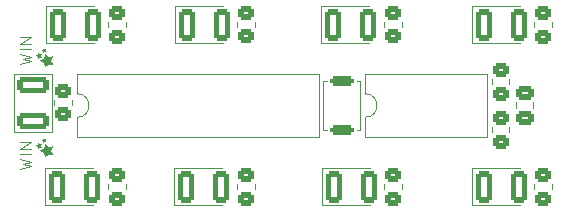
<source format=gbr>
%TF.GenerationSoftware,KiCad,Pcbnew,7.0.11+dfsg-1build4*%
%TF.CreationDate,2025-10-24T22:04:28+11:00*%
%TF.ProjectId,usb-ic,7573622d-6963-42e6-9b69-6361645f7063,rev?*%
%TF.SameCoordinates,Original*%
%TF.FileFunction,Legend,Top*%
%TF.FilePolarity,Positive*%
%FSLAX46Y46*%
G04 Gerber Fmt 4.6, Leading zero omitted, Abs format (unit mm)*
G04 Created by KiCad (PCBNEW 7.0.11+dfsg-1build4) date 2025-10-24 22:04:28*
%MOMM*%
%LPD*%
G01*
G04 APERTURE LIST*
G04 Aperture macros list*
%AMRoundRect*
0 Rectangle with rounded corners*
0 $1 Rounding radius*
0 $2 $3 $4 $5 $6 $7 $8 $9 X,Y pos of 4 corners*
0 Add a 4 corners polygon primitive as box body*
4,1,4,$2,$3,$4,$5,$6,$7,$8,$9,$2,$3,0*
0 Add four circle primitives for the rounded corners*
1,1,$1+$1,$2,$3*
1,1,$1+$1,$4,$5*
1,1,$1+$1,$6,$7*
1,1,$1+$1,$8,$9*
0 Add four rect primitives between the rounded corners*
20,1,$1+$1,$2,$3,$4,$5,0*
20,1,$1+$1,$4,$5,$6,$7,0*
20,1,$1+$1,$6,$7,$8,$9,0*
20,1,$1+$1,$8,$9,$2,$3,0*%
G04 Aperture macros list end*
%ADD10C,0.100000*%
%ADD11C,0.120000*%
%ADD12RoundRect,0.250000X-0.475000X0.337500X-0.475000X-0.337500X0.475000X-0.337500X0.475000X0.337500X0*%
%ADD13RoundRect,0.250001X-0.462499X-1.074999X0.462499X-1.074999X0.462499X1.074999X-0.462499X1.074999X0*%
%ADD14RoundRect,0.200000X-0.800000X0.200000X-0.800000X-0.200000X0.800000X-0.200000X0.800000X0.200000X0*%
%ADD15RoundRect,0.250000X-0.450000X0.350000X-0.450000X-0.350000X0.450000X-0.350000X0.450000X0.350000X0*%
%ADD16RoundRect,0.250001X-1.074999X0.462499X-1.074999X-0.462499X1.074999X-0.462499X1.074999X0.462499X0*%
%ADD17R,1.600000X1.600000*%
%ADD18O,1.600000X1.600000*%
%ADD19RoundRect,0.250000X0.450000X-0.350000X0.450000X0.350000X-0.450000X0.350000X-0.450000X-0.350000X0*%
%ADD20RoundRect,0.500000X-3.000000X-0.500000X3.000000X-0.500000X3.000000X0.500000X-3.000000X0.500000X0*%
%ADD21RoundRect,0.375000X-2.625000X-0.375000X2.625000X-0.375000X2.625000X0.375000X-2.625000X0.375000X0*%
G04 APERTURE END LIST*
D10*
X145484898Y-107892105D02*
X148647101Y-107892105D01*
X145481000Y-107046500D02*
X145484898Y-107892105D01*
X148651000Y-107046500D02*
X148647101Y-107892105D01*
X145938419Y-102153353D02*
X146938419Y-101915258D01*
X146938419Y-101915258D02*
X146224133Y-101724782D01*
X146224133Y-101724782D02*
X146938419Y-101534306D01*
X146938419Y-101534306D02*
X145938419Y-101296211D01*
X146938419Y-100915258D02*
X145938419Y-100915258D01*
X146938419Y-100439068D02*
X145938419Y-100439068D01*
X145938419Y-100439068D02*
X146938419Y-99867640D01*
X146938419Y-99867640D02*
X145938419Y-99867640D01*
X145938419Y-111043353D02*
X146938419Y-110805258D01*
X146938419Y-110805258D02*
X146224133Y-110614782D01*
X146224133Y-110614782D02*
X146938419Y-110424306D01*
X146938419Y-110424306D02*
X145938419Y-110186211D01*
X146938419Y-109805258D02*
X145938419Y-109805258D01*
X146938419Y-109329068D02*
X145938419Y-109329068D01*
X145938419Y-109329068D02*
X146938419Y-108757640D01*
X146938419Y-108757640D02*
X145938419Y-108757640D01*
%TO.C,G\u002A\u002A\u002A*%
G36*
X147970729Y-100826134D02*
G01*
X147977823Y-100832461D01*
X147987928Y-100842095D01*
X148000261Y-100854289D01*
X148014005Y-100868263D01*
X148032922Y-100887309D01*
X148047738Y-100901249D01*
X148058519Y-100910141D01*
X148065329Y-100914043D01*
X148065965Y-100914193D01*
X148072003Y-100914151D01*
X148083344Y-100913101D01*
X148098755Y-100911193D01*
X148117008Y-100908579D01*
X148134817Y-100905753D01*
X148153952Y-100902679D01*
X148170752Y-100900176D01*
X148184157Y-100898385D01*
X148193106Y-100897449D01*
X148196524Y-100897487D01*
X148195585Y-100900810D01*
X148191944Y-100909009D01*
X148186063Y-100921133D01*
X148178404Y-100936227D01*
X148169960Y-100952337D01*
X148158797Y-100973750D01*
X148150729Y-100990274D01*
X148145416Y-101002695D01*
X148142521Y-101011801D01*
X148141702Y-101018023D01*
X148142674Y-101024853D01*
X148145805Y-101034440D01*
X148151415Y-101047541D01*
X148159825Y-101064914D01*
X148169786Y-101084316D01*
X148178622Y-101101459D01*
X148186152Y-101116510D01*
X148191918Y-101128518D01*
X148195464Y-101136533D01*
X148196356Y-101139592D01*
X148192760Y-101139559D01*
X148183677Y-101138553D01*
X148170157Y-101136717D01*
X148153251Y-101134193D01*
X148134274Y-101131167D01*
X148114467Y-101128101D01*
X148096431Y-101125656D01*
X148081379Y-101123967D01*
X148070524Y-101123173D01*
X148065269Y-101123355D01*
X148060292Y-101126338D01*
X148051596Y-101133347D01*
X148040048Y-101143614D01*
X148026513Y-101156370D01*
X148012349Y-101170349D01*
X147998405Y-101184177D01*
X147986013Y-101196018D01*
X147975924Y-101205188D01*
X147968891Y-101211007D01*
X147965665Y-101212793D01*
X147965599Y-101212747D01*
X147964398Y-101208774D01*
X147962541Y-101199389D01*
X147960230Y-101185757D01*
X147957666Y-101169042D01*
X147955978Y-101157208D01*
X147952621Y-101133088D01*
X147949595Y-101114434D01*
X147946155Y-101100164D01*
X147941557Y-101089200D01*
X147935056Y-101080460D01*
X147925907Y-101072864D01*
X147913366Y-101065333D01*
X147896688Y-101056785D01*
X147881632Y-101049361D01*
X147864092Y-101040598D01*
X147848661Y-101032687D01*
X147836310Y-101026142D01*
X147828010Y-101021479D01*
X147824748Y-101019237D01*
X147826992Y-101016920D01*
X147834329Y-101012240D01*
X147845867Y-101005702D01*
X147860717Y-100997810D01*
X147877988Y-100989068D01*
X147878318Y-100988905D01*
X147899522Y-100978113D01*
X147917048Y-100968566D01*
X147930200Y-100960668D01*
X147938280Y-100954825D01*
X147940085Y-100952962D01*
X147942925Y-100947412D01*
X147945761Y-100938049D01*
X147948752Y-100924145D01*
X147952059Y-100904975D01*
X147955216Y-100884139D01*
X147958258Y-100864430D01*
X147961205Y-100847602D01*
X147963864Y-100834604D01*
X147966043Y-100826386D01*
X147967429Y-100823861D01*
X147970729Y-100826134D01*
G37*
G36*
X147514427Y-101168817D02*
G01*
X147518487Y-101171147D01*
X147526524Y-101177788D01*
X147537976Y-101188216D01*
X147552278Y-101201908D01*
X147568866Y-101218340D01*
X147580715Y-101230353D01*
X147602639Y-101252451D01*
X147621106Y-101270390D01*
X147635885Y-101283958D01*
X147646745Y-101292942D01*
X147653185Y-101297024D01*
X147657737Y-101298777D01*
X147662339Y-101299976D01*
X147667801Y-101300542D01*
X147674938Y-101300397D01*
X147684560Y-101299462D01*
X147697480Y-101297658D01*
X147714510Y-101294908D01*
X147736463Y-101291133D01*
X147763449Y-101286378D01*
X147789029Y-101281919D01*
X147808849Y-101278665D01*
X147823661Y-101276556D01*
X147834217Y-101275532D01*
X147841270Y-101275533D01*
X147845571Y-101276499D01*
X147847872Y-101278369D01*
X147848489Y-101279577D01*
X147847478Y-101283646D01*
X147843717Y-101292738D01*
X147837597Y-101306031D01*
X147829505Y-101322704D01*
X147819832Y-101341936D01*
X147809616Y-101361668D01*
X147797024Y-101385808D01*
X147787270Y-101404906D01*
X147780014Y-101419742D01*
X147774912Y-101431095D01*
X147771622Y-101439745D01*
X147769804Y-101446471D01*
X147769113Y-101452052D01*
X147769076Y-101454061D01*
X147769538Y-101459548D01*
X147771076Y-101466034D01*
X147774033Y-101474296D01*
X147778755Y-101485114D01*
X147785583Y-101499264D01*
X147794862Y-101517525D01*
X147806936Y-101540673D01*
X147809504Y-101545555D01*
X147820350Y-101566298D01*
X147830092Y-101585211D01*
X147838319Y-101601475D01*
X147844622Y-101614269D01*
X147848590Y-101622774D01*
X147849824Y-101626091D01*
X147847158Y-101630606D01*
X147844761Y-101632002D01*
X147840020Y-101632071D01*
X147829865Y-101631098D01*
X147815411Y-101629227D01*
X147797769Y-101626602D01*
X147778055Y-101623368D01*
X147777596Y-101623290D01*
X147748615Y-101618331D01*
X147725404Y-101614413D01*
X147707196Y-101611436D01*
X147693226Y-101609302D01*
X147682728Y-101607914D01*
X147674937Y-101607173D01*
X147669085Y-101606980D01*
X147664409Y-101607238D01*
X147660141Y-101607848D01*
X147658922Y-101608068D01*
X147654489Y-101609280D01*
X147649660Y-101611642D01*
X147643819Y-101615697D01*
X147636349Y-101621988D01*
X147626636Y-101631058D01*
X147614063Y-101643452D01*
X147598015Y-101659713D01*
X147583211Y-101674893D01*
X147564808Y-101693590D01*
X147548465Y-101709741D01*
X147534704Y-101722857D01*
X147524044Y-101732452D01*
X147517005Y-101738039D01*
X147514450Y-101739305D01*
X147512293Y-101739261D01*
X147510512Y-101738660D01*
X147508953Y-101736805D01*
X147507459Y-101732995D01*
X147505876Y-101726530D01*
X147504049Y-101716711D01*
X147501821Y-101702838D01*
X147499037Y-101684212D01*
X147495543Y-101660132D01*
X147493094Y-101643153D01*
X147489080Y-101615936D01*
X147485645Y-101594477D01*
X147482566Y-101577951D01*
X147479618Y-101565532D01*
X147476577Y-101556393D01*
X147473218Y-101549709D01*
X147469317Y-101544654D01*
X147465325Y-101540952D01*
X147461025Y-101538344D01*
X147451630Y-101533244D01*
X147437995Y-101526097D01*
X147420974Y-101517345D01*
X147401422Y-101507432D01*
X147382985Y-101498193D01*
X147358359Y-101485812D01*
X147339197Y-101475912D01*
X147324951Y-101468175D01*
X147315071Y-101462283D01*
X147309008Y-101457916D01*
X147306214Y-101454758D01*
X147305870Y-101453484D01*
X147307170Y-101450835D01*
X147311437Y-101447162D01*
X147319225Y-101442146D01*
X147331087Y-101435468D01*
X147347574Y-101426809D01*
X147369241Y-101415851D01*
X147382802Y-101409106D01*
X147403936Y-101398540D01*
X147423347Y-101388651D01*
X147440159Y-101379898D01*
X147453498Y-101372743D01*
X147462491Y-101367644D01*
X147466061Y-101365275D01*
X147470463Y-101360654D01*
X147474201Y-101354944D01*
X147477493Y-101347318D01*
X147480559Y-101336951D01*
X147483618Y-101323016D01*
X147486890Y-101304689D01*
X147490594Y-101281142D01*
X147493359Y-101262496D01*
X147497338Y-101235283D01*
X147500505Y-101213924D01*
X147503019Y-101197711D01*
X147505040Y-101185934D01*
X147506727Y-101177886D01*
X147508238Y-101172858D01*
X147509735Y-101170142D01*
X147511375Y-101169029D01*
X147513319Y-101168811D01*
X147514427Y-101168817D01*
G37*
G36*
X148115238Y-101285426D02*
G01*
X148120383Y-101288748D01*
X148129148Y-101296042D01*
X148140595Y-101306459D01*
X148153786Y-101319150D01*
X148165238Y-101330652D01*
X148201352Y-101367595D01*
X148233139Y-101400049D01*
X148260882Y-101428292D01*
X148284862Y-101452604D01*
X148305364Y-101473264D01*
X148322669Y-101490554D01*
X148337060Y-101504751D01*
X148348819Y-101516137D01*
X148358231Y-101524990D01*
X148365576Y-101531590D01*
X148371138Y-101536218D01*
X148375200Y-101539152D01*
X148377006Y-101540202D01*
X148385577Y-101544397D01*
X148393471Y-101547597D01*
X148401517Y-101549783D01*
X148410544Y-101550937D01*
X148421383Y-101551038D01*
X148434863Y-101550068D01*
X148451812Y-101548008D01*
X148473062Y-101544840D01*
X148499441Y-101540544D01*
X148521070Y-101536911D01*
X148550155Y-101531980D01*
X148580832Y-101526745D01*
X148611454Y-101521489D01*
X148640377Y-101516495D01*
X148665953Y-101512047D01*
X148685518Y-101508609D01*
X148711575Y-101504070D01*
X148731951Y-101500763D01*
X148747475Y-101498656D01*
X148758979Y-101497717D01*
X148767292Y-101497914D01*
X148773244Y-101499213D01*
X148777666Y-101501582D01*
X148781265Y-101504856D01*
X148784727Y-101509021D01*
X148787011Y-101513452D01*
X148787903Y-101518762D01*
X148787185Y-101525560D01*
X148784640Y-101534457D01*
X148780054Y-101546064D01*
X148773209Y-101560992D01*
X148763888Y-101579850D01*
X148751877Y-101603250D01*
X148736958Y-101631803D01*
X148734922Y-101635680D01*
X148720846Y-101662488D01*
X148706427Y-101689961D01*
X148692295Y-101716901D01*
X148679078Y-101742109D01*
X148667405Y-101764384D01*
X148657904Y-101782529D01*
X148654490Y-101789057D01*
X148627612Y-101840467D01*
X148627612Y-101868660D01*
X148627612Y-101896853D01*
X148708044Y-102049754D01*
X148726870Y-102085582D01*
X148742778Y-102116031D01*
X148755957Y-102141581D01*
X148766597Y-102162716D01*
X148774884Y-102179918D01*
X148781007Y-102193668D01*
X148785155Y-102204448D01*
X148787516Y-102212741D01*
X148788277Y-102219028D01*
X148787629Y-102223792D01*
X148785758Y-102227514D01*
X148782854Y-102230677D01*
X148779737Y-102233267D01*
X148771395Y-102238113D01*
X148763572Y-102240141D01*
X148763545Y-102240141D01*
X148758891Y-102239591D01*
X148748353Y-102238013D01*
X148732585Y-102235514D01*
X148712238Y-102232202D01*
X148687966Y-102228184D01*
X148660420Y-102223567D01*
X148630254Y-102218459D01*
X148598119Y-102212967D01*
X148590708Y-102211693D01*
X148549922Y-102204731D01*
X148515240Y-102198933D01*
X148486247Y-102194239D01*
X148462526Y-102190586D01*
X148443661Y-102187916D01*
X148429238Y-102186167D01*
X148418841Y-102185278D01*
X148412053Y-102185189D01*
X148410380Y-102185346D01*
X148393603Y-102189176D01*
X148377671Y-102196202D01*
X148361439Y-102207142D01*
X148343760Y-102222716D01*
X148332221Y-102234333D01*
X148323126Y-102243776D01*
X148310122Y-102257211D01*
X148293937Y-102273886D01*
X148275304Y-102293050D01*
X148254950Y-102313954D01*
X148233607Y-102335845D01*
X148212003Y-102357975D01*
X148211279Y-102358716D01*
X148188046Y-102382456D01*
X148168943Y-102401851D01*
X148153499Y-102417332D01*
X148141242Y-102429332D01*
X148131702Y-102438282D01*
X148124405Y-102444614D01*
X148118881Y-102448760D01*
X148114657Y-102451152D01*
X148111262Y-102452221D01*
X148108943Y-102452416D01*
X148095653Y-102450495D01*
X148086814Y-102444297D01*
X148082571Y-102436788D01*
X148081389Y-102431745D01*
X148079392Y-102420803D01*
X148076685Y-102404630D01*
X148073372Y-102383897D01*
X148069558Y-102359273D01*
X148065349Y-102331427D01*
X148060849Y-102301029D01*
X148056163Y-102268749D01*
X148055390Y-102263358D01*
X148049666Y-102223574D01*
X148044714Y-102189789D01*
X148040388Y-102161432D01*
X148036545Y-102137931D01*
X148033039Y-102118717D01*
X148029725Y-102103217D01*
X148026460Y-102090861D01*
X148023097Y-102081078D01*
X148019493Y-102073297D01*
X148015503Y-102066946D01*
X148010981Y-102061455D01*
X148005784Y-102056253D01*
X148002020Y-102052797D01*
X147995142Y-102047912D01*
X147982357Y-102040355D01*
X147963643Y-102030114D01*
X147938977Y-102017176D01*
X147908336Y-102001531D01*
X147871698Y-101983166D01*
X147835237Y-101965120D01*
X147800742Y-101948103D01*
X147771732Y-101933721D01*
X147747723Y-101921710D01*
X147728233Y-101911809D01*
X147712778Y-101903756D01*
X147700876Y-101897288D01*
X147692042Y-101892142D01*
X147685795Y-101888057D01*
X147681650Y-101884771D01*
X147679126Y-101882020D01*
X147677775Y-101879635D01*
X147675433Y-101868046D01*
X147677124Y-101856807D01*
X147682343Y-101848745D01*
X147686164Y-101846547D01*
X147695329Y-101841724D01*
X147709232Y-101834581D01*
X147727263Y-101825423D01*
X147748816Y-101814553D01*
X147773283Y-101802275D01*
X147800055Y-101788895D01*
X147828526Y-101774715D01*
X147858087Y-101760041D01*
X147888130Y-101745176D01*
X147918049Y-101730425D01*
X147947235Y-101716091D01*
X147953393Y-101713076D01*
X147977047Y-101700692D01*
X147995181Y-101689157D01*
X148008698Y-101677662D01*
X148018501Y-101665401D01*
X148025494Y-101651563D01*
X148027146Y-101647080D01*
X148028830Y-101640290D01*
X148031287Y-101627768D01*
X148034377Y-101610355D01*
X148037960Y-101588887D01*
X148041896Y-101564206D01*
X148046045Y-101537149D01*
X148050267Y-101508557D01*
X148050474Y-101507130D01*
X148056434Y-101465913D01*
X148061523Y-101430756D01*
X148065819Y-101401153D01*
X148069399Y-101376600D01*
X148072341Y-101356591D01*
X148074723Y-101340620D01*
X148076622Y-101328183D01*
X148078115Y-101318773D01*
X148079280Y-101311885D01*
X148080194Y-101307014D01*
X148080936Y-101303655D01*
X148081583Y-101301302D01*
X148082212Y-101299449D01*
X148082432Y-101298851D01*
X148088465Y-101291085D01*
X148098351Y-101285889D01*
X148109482Y-101284330D01*
X148115238Y-101285426D01*
G37*
G36*
X148115238Y-108905426D02*
G01*
X148120383Y-108908748D01*
X148129148Y-108916042D01*
X148140595Y-108926459D01*
X148153786Y-108939150D01*
X148165238Y-108950652D01*
X148201352Y-108987595D01*
X148233139Y-109020049D01*
X148260882Y-109048292D01*
X148284862Y-109072604D01*
X148305364Y-109093264D01*
X148322669Y-109110554D01*
X148337060Y-109124751D01*
X148348819Y-109136137D01*
X148358231Y-109144990D01*
X148365576Y-109151590D01*
X148371138Y-109156218D01*
X148375200Y-109159152D01*
X148377006Y-109160202D01*
X148385577Y-109164397D01*
X148393471Y-109167597D01*
X148401517Y-109169783D01*
X148410544Y-109170937D01*
X148421383Y-109171038D01*
X148434863Y-109170068D01*
X148451812Y-109168008D01*
X148473062Y-109164840D01*
X148499441Y-109160544D01*
X148521070Y-109156911D01*
X148550155Y-109151980D01*
X148580832Y-109146745D01*
X148611454Y-109141489D01*
X148640377Y-109136495D01*
X148665953Y-109132047D01*
X148685518Y-109128609D01*
X148711575Y-109124070D01*
X148731951Y-109120763D01*
X148747475Y-109118656D01*
X148758979Y-109117717D01*
X148767292Y-109117914D01*
X148773244Y-109119213D01*
X148777666Y-109121582D01*
X148781265Y-109124856D01*
X148784727Y-109129021D01*
X148787011Y-109133452D01*
X148787903Y-109138762D01*
X148787185Y-109145560D01*
X148784640Y-109154457D01*
X148780054Y-109166064D01*
X148773209Y-109180992D01*
X148763888Y-109199850D01*
X148751877Y-109223250D01*
X148736958Y-109251803D01*
X148734922Y-109255680D01*
X148720846Y-109282488D01*
X148706427Y-109309961D01*
X148692295Y-109336901D01*
X148679078Y-109362109D01*
X148667405Y-109384384D01*
X148657904Y-109402529D01*
X148654490Y-109409057D01*
X148627612Y-109460467D01*
X148627612Y-109488660D01*
X148627612Y-109516853D01*
X148708044Y-109669754D01*
X148726870Y-109705582D01*
X148742778Y-109736031D01*
X148755957Y-109761581D01*
X148766597Y-109782716D01*
X148774884Y-109799918D01*
X148781007Y-109813668D01*
X148785155Y-109824448D01*
X148787516Y-109832741D01*
X148788277Y-109839028D01*
X148787629Y-109843792D01*
X148785758Y-109847514D01*
X148782854Y-109850677D01*
X148779737Y-109853267D01*
X148771395Y-109858113D01*
X148763572Y-109860141D01*
X148763545Y-109860141D01*
X148758891Y-109859591D01*
X148748353Y-109858013D01*
X148732585Y-109855514D01*
X148712238Y-109852202D01*
X148687966Y-109848184D01*
X148660420Y-109843567D01*
X148630254Y-109838459D01*
X148598119Y-109832967D01*
X148590708Y-109831693D01*
X148549922Y-109824731D01*
X148515240Y-109818933D01*
X148486247Y-109814239D01*
X148462526Y-109810586D01*
X148443661Y-109807916D01*
X148429238Y-109806167D01*
X148418841Y-109805278D01*
X148412053Y-109805189D01*
X148410380Y-109805346D01*
X148393603Y-109809176D01*
X148377671Y-109816202D01*
X148361439Y-109827142D01*
X148343760Y-109842716D01*
X148332221Y-109854333D01*
X148323126Y-109863776D01*
X148310122Y-109877211D01*
X148293937Y-109893886D01*
X148275304Y-109913050D01*
X148254950Y-109933954D01*
X148233607Y-109955845D01*
X148212003Y-109977975D01*
X148211279Y-109978716D01*
X148188046Y-110002456D01*
X148168943Y-110021851D01*
X148153499Y-110037332D01*
X148141242Y-110049332D01*
X148131702Y-110058282D01*
X148124405Y-110064614D01*
X148118881Y-110068760D01*
X148114657Y-110071152D01*
X148111262Y-110072221D01*
X148108943Y-110072416D01*
X148095653Y-110070495D01*
X148086814Y-110064297D01*
X148082571Y-110056788D01*
X148081389Y-110051745D01*
X148079392Y-110040803D01*
X148076685Y-110024630D01*
X148073372Y-110003897D01*
X148069558Y-109979273D01*
X148065349Y-109951427D01*
X148060849Y-109921029D01*
X148056163Y-109888749D01*
X148055390Y-109883358D01*
X148049666Y-109843574D01*
X148044714Y-109809789D01*
X148040388Y-109781432D01*
X148036545Y-109757931D01*
X148033039Y-109738717D01*
X148029725Y-109723217D01*
X148026460Y-109710861D01*
X148023097Y-109701078D01*
X148019493Y-109693297D01*
X148015503Y-109686946D01*
X148010981Y-109681455D01*
X148005784Y-109676253D01*
X148002020Y-109672797D01*
X147995142Y-109667912D01*
X147982357Y-109660355D01*
X147963643Y-109650114D01*
X147938977Y-109637176D01*
X147908336Y-109621531D01*
X147871698Y-109603166D01*
X147835237Y-109585120D01*
X147800742Y-109568103D01*
X147771732Y-109553721D01*
X147747723Y-109541710D01*
X147728233Y-109531809D01*
X147712778Y-109523756D01*
X147700876Y-109517288D01*
X147692042Y-109512142D01*
X147685795Y-109508057D01*
X147681650Y-109504771D01*
X147679126Y-109502020D01*
X147677775Y-109499635D01*
X147675433Y-109488046D01*
X147677124Y-109476807D01*
X147682343Y-109468745D01*
X147686164Y-109466547D01*
X147695329Y-109461724D01*
X147709232Y-109454581D01*
X147727263Y-109445423D01*
X147748816Y-109434553D01*
X147773283Y-109422275D01*
X147800055Y-109408895D01*
X147828526Y-109394715D01*
X147858087Y-109380041D01*
X147888130Y-109365176D01*
X147918049Y-109350425D01*
X147947235Y-109336091D01*
X147953393Y-109333076D01*
X147977047Y-109320692D01*
X147995181Y-109309157D01*
X148008698Y-109297662D01*
X148018501Y-109285401D01*
X148025494Y-109271563D01*
X148027146Y-109267080D01*
X148028830Y-109260290D01*
X148031287Y-109247768D01*
X148034377Y-109230355D01*
X148037960Y-109208887D01*
X148041896Y-109184206D01*
X148046045Y-109157149D01*
X148050267Y-109128557D01*
X148050474Y-109127130D01*
X148056434Y-109085913D01*
X148061523Y-109050756D01*
X148065819Y-109021153D01*
X148069399Y-108996600D01*
X148072341Y-108976591D01*
X148074723Y-108960620D01*
X148076622Y-108948183D01*
X148078115Y-108938773D01*
X148079280Y-108931885D01*
X148080194Y-108927014D01*
X148080936Y-108923655D01*
X148081583Y-108921302D01*
X148082212Y-108919449D01*
X148082432Y-108918851D01*
X148088465Y-108911085D01*
X148098351Y-108905889D01*
X148109482Y-108904330D01*
X148115238Y-108905426D01*
G37*
G36*
X147970729Y-108446134D02*
G01*
X147977823Y-108452461D01*
X147987928Y-108462095D01*
X148000261Y-108474289D01*
X148014005Y-108488263D01*
X148032922Y-108507309D01*
X148047738Y-108521249D01*
X148058519Y-108530141D01*
X148065329Y-108534043D01*
X148065965Y-108534193D01*
X148072003Y-108534151D01*
X148083344Y-108533101D01*
X148098755Y-108531193D01*
X148117008Y-108528579D01*
X148134817Y-108525753D01*
X148153952Y-108522679D01*
X148170752Y-108520176D01*
X148184157Y-108518385D01*
X148193106Y-108517449D01*
X148196524Y-108517487D01*
X148195585Y-108520810D01*
X148191944Y-108529009D01*
X148186063Y-108541133D01*
X148178404Y-108556227D01*
X148169960Y-108572337D01*
X148158797Y-108593750D01*
X148150729Y-108610274D01*
X148145416Y-108622695D01*
X148142521Y-108631801D01*
X148141702Y-108638023D01*
X148142674Y-108644853D01*
X148145805Y-108654440D01*
X148151415Y-108667541D01*
X148159825Y-108684914D01*
X148169786Y-108704316D01*
X148178622Y-108721459D01*
X148186152Y-108736510D01*
X148191918Y-108748518D01*
X148195464Y-108756533D01*
X148196356Y-108759592D01*
X148192760Y-108759559D01*
X148183677Y-108758553D01*
X148170157Y-108756717D01*
X148153251Y-108754193D01*
X148134274Y-108751167D01*
X148114467Y-108748101D01*
X148096431Y-108745656D01*
X148081379Y-108743967D01*
X148070524Y-108743173D01*
X148065269Y-108743355D01*
X148060292Y-108746338D01*
X148051596Y-108753347D01*
X148040048Y-108763614D01*
X148026513Y-108776370D01*
X148012349Y-108790349D01*
X147998405Y-108804177D01*
X147986013Y-108816018D01*
X147975924Y-108825188D01*
X147968891Y-108831007D01*
X147965665Y-108832793D01*
X147965599Y-108832747D01*
X147964398Y-108828774D01*
X147962541Y-108819389D01*
X147960230Y-108805757D01*
X147957666Y-108789042D01*
X147955978Y-108777208D01*
X147952621Y-108753088D01*
X147949595Y-108734434D01*
X147946155Y-108720164D01*
X147941557Y-108709200D01*
X147935056Y-108700460D01*
X147925907Y-108692864D01*
X147913366Y-108685333D01*
X147896688Y-108676785D01*
X147881632Y-108669361D01*
X147864092Y-108660598D01*
X147848661Y-108652687D01*
X147836310Y-108646142D01*
X147828010Y-108641479D01*
X147824748Y-108639237D01*
X147826992Y-108636920D01*
X147834329Y-108632240D01*
X147845867Y-108625702D01*
X147860717Y-108617810D01*
X147877988Y-108609068D01*
X147878318Y-108608905D01*
X147899522Y-108598113D01*
X147917048Y-108588566D01*
X147930200Y-108580668D01*
X147938280Y-108574825D01*
X147940085Y-108572962D01*
X147942925Y-108567412D01*
X147945761Y-108558049D01*
X147948752Y-108544145D01*
X147952059Y-108524975D01*
X147955216Y-108504139D01*
X147958258Y-108484430D01*
X147961205Y-108467602D01*
X147963864Y-108454604D01*
X147966043Y-108446386D01*
X147967429Y-108443861D01*
X147970729Y-108446134D01*
G37*
G36*
X147514427Y-108788817D02*
G01*
X147518487Y-108791147D01*
X147526524Y-108797788D01*
X147537976Y-108808216D01*
X147552278Y-108821908D01*
X147568866Y-108838340D01*
X147580715Y-108850353D01*
X147602639Y-108872451D01*
X147621106Y-108890390D01*
X147635885Y-108903958D01*
X147646745Y-108912942D01*
X147653185Y-108917024D01*
X147657737Y-108918777D01*
X147662339Y-108919976D01*
X147667801Y-108920542D01*
X147674938Y-108920397D01*
X147684560Y-108919462D01*
X147697480Y-108917658D01*
X147714510Y-108914908D01*
X147736463Y-108911133D01*
X147763449Y-108906378D01*
X147789029Y-108901919D01*
X147808849Y-108898665D01*
X147823661Y-108896556D01*
X147834217Y-108895532D01*
X147841270Y-108895533D01*
X147845571Y-108896499D01*
X147847872Y-108898369D01*
X147848489Y-108899577D01*
X147847478Y-108903646D01*
X147843717Y-108912738D01*
X147837597Y-108926031D01*
X147829505Y-108942704D01*
X147819832Y-108961936D01*
X147809616Y-108981668D01*
X147797024Y-109005808D01*
X147787270Y-109024906D01*
X147780014Y-109039742D01*
X147774912Y-109051095D01*
X147771622Y-109059745D01*
X147769804Y-109066471D01*
X147769113Y-109072052D01*
X147769076Y-109074061D01*
X147769538Y-109079548D01*
X147771076Y-109086034D01*
X147774033Y-109094296D01*
X147778755Y-109105114D01*
X147785583Y-109119264D01*
X147794862Y-109137525D01*
X147806936Y-109160673D01*
X147809504Y-109165555D01*
X147820350Y-109186298D01*
X147830092Y-109205211D01*
X147838319Y-109221475D01*
X147844622Y-109234269D01*
X147848590Y-109242774D01*
X147849824Y-109246091D01*
X147847158Y-109250606D01*
X147844761Y-109252002D01*
X147840020Y-109252071D01*
X147829865Y-109251098D01*
X147815411Y-109249227D01*
X147797769Y-109246602D01*
X147778055Y-109243368D01*
X147777596Y-109243290D01*
X147748615Y-109238331D01*
X147725404Y-109234413D01*
X147707196Y-109231436D01*
X147693226Y-109229302D01*
X147682728Y-109227914D01*
X147674937Y-109227173D01*
X147669085Y-109226980D01*
X147664409Y-109227238D01*
X147660141Y-109227848D01*
X147658922Y-109228068D01*
X147654489Y-109229280D01*
X147649660Y-109231642D01*
X147643819Y-109235697D01*
X147636349Y-109241988D01*
X147626636Y-109251058D01*
X147614063Y-109263452D01*
X147598015Y-109279713D01*
X147583211Y-109294893D01*
X147564808Y-109313590D01*
X147548465Y-109329741D01*
X147534704Y-109342857D01*
X147524044Y-109352452D01*
X147517005Y-109358039D01*
X147514450Y-109359305D01*
X147512293Y-109359261D01*
X147510512Y-109358660D01*
X147508953Y-109356805D01*
X147507459Y-109352995D01*
X147505876Y-109346530D01*
X147504049Y-109336711D01*
X147501821Y-109322838D01*
X147499037Y-109304212D01*
X147495543Y-109280132D01*
X147493094Y-109263153D01*
X147489080Y-109235936D01*
X147485645Y-109214477D01*
X147482566Y-109197951D01*
X147479618Y-109185532D01*
X147476577Y-109176393D01*
X147473218Y-109169709D01*
X147469317Y-109164654D01*
X147465325Y-109160952D01*
X147461025Y-109158344D01*
X147451630Y-109153244D01*
X147437995Y-109146097D01*
X147420974Y-109137345D01*
X147401422Y-109127432D01*
X147382985Y-109118193D01*
X147358359Y-109105812D01*
X147339197Y-109095912D01*
X147324951Y-109088175D01*
X147315071Y-109082283D01*
X147309008Y-109077916D01*
X147306214Y-109074758D01*
X147305870Y-109073484D01*
X147307170Y-109070835D01*
X147311437Y-109067162D01*
X147319225Y-109062146D01*
X147331087Y-109055468D01*
X147347574Y-109046809D01*
X147369241Y-109035851D01*
X147382802Y-109029106D01*
X147403936Y-109018540D01*
X147423347Y-109008651D01*
X147440159Y-108999898D01*
X147453498Y-108992743D01*
X147462491Y-108987644D01*
X147466061Y-108985275D01*
X147470463Y-108980654D01*
X147474201Y-108974944D01*
X147477493Y-108967318D01*
X147480559Y-108956951D01*
X147483618Y-108943016D01*
X147486890Y-108924689D01*
X147490594Y-108901142D01*
X147493359Y-108882496D01*
X147497338Y-108855283D01*
X147500505Y-108833924D01*
X147503019Y-108817711D01*
X147505040Y-108805934D01*
X147506727Y-108797886D01*
X147508238Y-108792858D01*
X147509735Y-108790142D01*
X147511375Y-108789029D01*
X147513319Y-108788811D01*
X147514427Y-108788817D01*
G37*
D11*
%TO.C,C1*%
X189447000Y-105381248D02*
X189447000Y-105903752D01*
X187977000Y-105381248D02*
X187977000Y-105903752D01*
%TO.C,D9*%
X184266500Y-97221000D02*
X184266500Y-100391000D01*
X184266500Y-100391000D02*
X188326500Y-100391000D01*
X188326500Y-97221000D02*
X184266500Y-97221000D01*
%TO.C,SW1*%
X174798000Y-103594000D02*
X174798000Y-107734000D01*
X174498000Y-103594000D02*
X174798000Y-103594000D01*
X171658000Y-103594000D02*
X171958000Y-103594000D01*
X174798000Y-107734000D02*
X174498000Y-107734000D01*
X171958000Y-107734000D02*
X171658000Y-107734000D01*
X171658000Y-107734000D02*
X171658000Y-103594000D01*
%TO.C,D4*%
X148125500Y-110937000D02*
X148125500Y-114107000D01*
X148125500Y-114107000D02*
X152185500Y-114107000D01*
X152185500Y-110937000D02*
X148125500Y-110937000D01*
%TO.C,D8*%
X171493500Y-97221000D02*
X171493500Y-100391000D01*
X171493500Y-100391000D02*
X175553500Y-100391000D01*
X175553500Y-97221000D02*
X171493500Y-97221000D01*
%TO.C,D1*%
X184266500Y-110937000D02*
X184266500Y-114107000D01*
X184266500Y-114107000D02*
X188326500Y-114107000D01*
X188326500Y-110937000D02*
X184266500Y-110937000D01*
%TO.C,R11*%
X190981000Y-98594936D02*
X190981000Y-99049064D01*
X189511000Y-98594936D02*
X189511000Y-99049064D01*
%TO.C,D3*%
X159047500Y-110937000D02*
X159047500Y-114107000D01*
X159047500Y-114107000D02*
X163107500Y-114107000D01*
X163107500Y-110937000D02*
X159047500Y-110937000D01*
%TO.C,D2*%
X171566500Y-110937000D02*
X171566500Y-114107000D01*
X171566500Y-114107000D02*
X175626500Y-114107000D01*
X175626500Y-110937000D02*
X171566500Y-110937000D01*
%TO.C,D5*%
X148651000Y-102986500D02*
X145481000Y-102986500D01*
X145481000Y-102986500D02*
X145481000Y-107046500D01*
X148651000Y-107046500D02*
X148651000Y-102986500D01*
%TO.C,U1*%
X175200000Y-108304000D02*
X185480000Y-108304000D01*
X185480000Y-108304000D02*
X185480000Y-103004000D01*
X175200000Y-106654000D02*
X175200000Y-108304000D01*
X175200000Y-103004000D02*
X175200000Y-104654000D01*
X185480000Y-103004000D02*
X175200000Y-103004000D01*
X175200000Y-106654000D02*
G75*
G03*
X175200000Y-104654000I0J1000000D01*
G01*
%TO.C,R1*%
X187415000Y-103420936D02*
X187415000Y-103875064D01*
X185945000Y-103420936D02*
X185945000Y-103875064D01*
%TO.C,U2*%
X150816000Y-108314000D02*
X171256000Y-108314000D01*
X171256000Y-108314000D02*
X171256000Y-103014000D01*
X150816000Y-106664000D02*
X150816000Y-108314000D01*
X150816000Y-103014000D02*
X150816000Y-104664000D01*
X171256000Y-103014000D02*
X150816000Y-103014000D01*
X150816000Y-106664000D02*
G75*
G03*
X150816000Y-104664000I0J1000000D01*
G01*
%TO.C,R2*%
X187415000Y-107484936D02*
X187415000Y-107939064D01*
X185945000Y-107484936D02*
X185945000Y-107939064D01*
%TO.C,R4*%
X176811000Y-112765064D02*
X176811000Y-112310936D01*
X178281000Y-112765064D02*
X178281000Y-112310936D01*
%TO.C,R3*%
X189511000Y-112765064D02*
X189511000Y-112310936D01*
X190981000Y-112765064D02*
X190981000Y-112310936D01*
%TO.C,R9*%
X165835000Y-98562936D02*
X165835000Y-99017064D01*
X164365000Y-98562936D02*
X164365000Y-99017064D01*
%TO.C,R7*%
X150341000Y-105621064D02*
X150341000Y-105166936D01*
X148871000Y-105621064D02*
X148871000Y-105166936D01*
%TO.C,R8*%
X154913000Y-98594936D02*
X154913000Y-99049064D01*
X153443000Y-98594936D02*
X153443000Y-99049064D01*
%TO.C,D6*%
X148198500Y-97221000D02*
X148198500Y-100391000D01*
X148198500Y-100391000D02*
X152258500Y-100391000D01*
X152258500Y-97221000D02*
X148198500Y-97221000D01*
%TO.C,D7*%
X159120500Y-97221000D02*
X159120500Y-100391000D01*
X159120500Y-100391000D02*
X163180500Y-100391000D01*
X163180500Y-97221000D02*
X159120500Y-97221000D01*
%TO.C,R6*%
X153443000Y-112765064D02*
X153443000Y-112310936D01*
X154913000Y-112765064D02*
X154913000Y-112310936D01*
%TO.C,R5*%
X164365000Y-112765064D02*
X164365000Y-112310936D01*
X165835000Y-112765064D02*
X165835000Y-112310936D01*
%TO.C,R10*%
X178281000Y-98578936D02*
X178281000Y-99033064D01*
X176811000Y-98578936D02*
X176811000Y-99033064D01*
%TD*%
%LPC*%
D12*
%TO.C,C1*%
X188712000Y-104605000D03*
X188712000Y-106680000D03*
%TD*%
D13*
%TO.C,D9*%
X185239000Y-98806000D03*
X188214000Y-98806000D03*
%TD*%
D14*
%TO.C,SW1*%
X173228000Y-103564000D03*
X173228000Y-107764000D03*
%TD*%
D13*
%TO.C,D4*%
X149098000Y-112522000D03*
X152073000Y-112522000D03*
%TD*%
%TO.C,D8*%
X172466000Y-98806000D03*
X175441000Y-98806000D03*
%TD*%
%TO.C,D1*%
X185239000Y-112522000D03*
X188214000Y-112522000D03*
%TD*%
D15*
%TO.C,R11*%
X190246000Y-97822000D03*
X190246000Y-99822000D03*
%TD*%
D13*
%TO.C,D3*%
X160020000Y-112522000D03*
X162995000Y-112522000D03*
%TD*%
%TO.C,D2*%
X172539000Y-112522000D03*
X175514000Y-112522000D03*
%TD*%
D16*
%TO.C,D5*%
X147066000Y-103959000D03*
X147066000Y-106934000D03*
%TD*%
D17*
%TO.C,U1*%
X176530000Y-109464000D03*
D18*
X179070000Y-109464000D03*
X181610000Y-109464000D03*
X184150000Y-109464000D03*
X184150000Y-101844000D03*
X181610000Y-101844000D03*
X179070000Y-101844000D03*
X176530000Y-101844000D03*
%TD*%
D15*
%TO.C,R1*%
X186680000Y-102648000D03*
X186680000Y-104648000D03*
%TD*%
D17*
%TO.C,U2*%
X152146000Y-109474000D03*
D18*
X154686000Y-109474000D03*
X157226000Y-109474000D03*
X159766000Y-109474000D03*
X162306000Y-109474000D03*
X164846000Y-109474000D03*
X167386000Y-109474000D03*
X169926000Y-109474000D03*
X169926000Y-101854000D03*
X167386000Y-101854000D03*
X164846000Y-101854000D03*
X162306000Y-101854000D03*
X159766000Y-101854000D03*
X157226000Y-101854000D03*
X154686000Y-101854000D03*
X152146000Y-101854000D03*
%TD*%
D15*
%TO.C,R2*%
X186680000Y-106712000D03*
X186680000Y-108712000D03*
%TD*%
D19*
%TO.C,R4*%
X177546000Y-113538000D03*
X177546000Y-111538000D03*
%TD*%
%TO.C,R3*%
X190246000Y-113538000D03*
X190246000Y-111538000D03*
%TD*%
D15*
%TO.C,R9*%
X165100000Y-97790000D03*
X165100000Y-99790000D03*
%TD*%
D19*
%TO.C,R7*%
X149606000Y-104394000D03*
X149606000Y-106394000D03*
%TD*%
D15*
%TO.C,R8*%
X154178000Y-97822000D03*
X154178000Y-99822000D03*
%TD*%
D13*
%TO.C,D6*%
X149171000Y-98806000D03*
X152146000Y-98806000D03*
%TD*%
%TO.C,D7*%
X160093000Y-98806000D03*
X163068000Y-98806000D03*
%TD*%
D19*
%TO.C,R6*%
X154178000Y-113538000D03*
X154178000Y-111538000D03*
%TD*%
D20*
%TO.C,U3*%
X136398000Y-101930000D03*
D21*
X136398000Y-104680000D03*
X136398000Y-106680000D03*
D20*
X136398000Y-109430000D03*
%TD*%
D19*
%TO.C,R5*%
X165100000Y-113538000D03*
X165100000Y-111538000D03*
%TD*%
D15*
%TO.C,R10*%
X177546000Y-97806000D03*
X177546000Y-99806000D03*
%TD*%
%LPD*%
M02*

</source>
